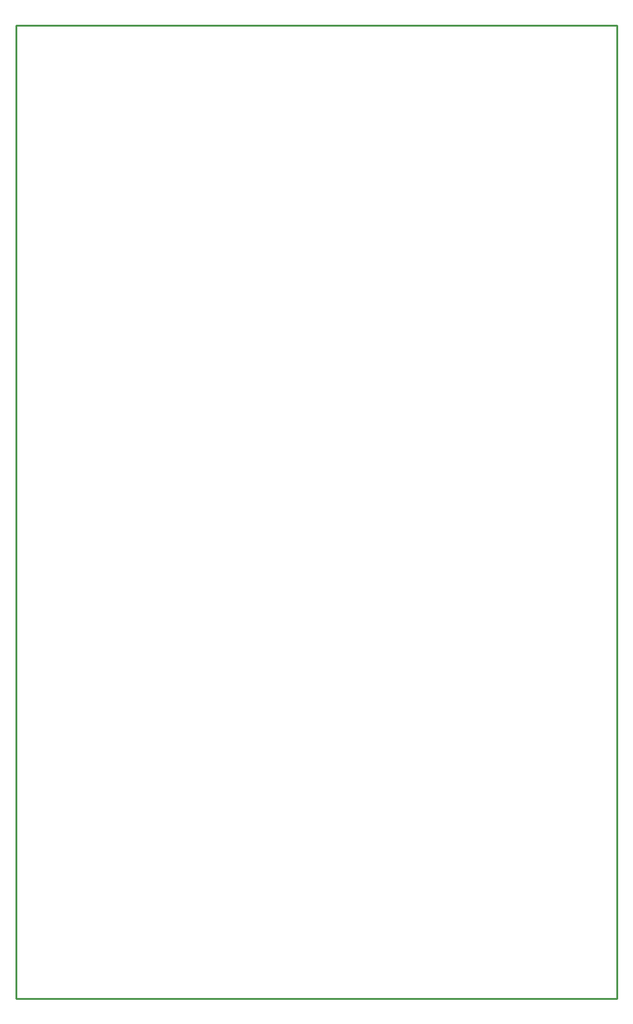
<source format=gm1>
G04 #@! TF.GenerationSoftware,KiCad,Pcbnew,7.0.7-7.0.7~ubuntu20.04.1*
G04 #@! TF.CreationDate,2023-09-11T23:38:31+02:00*
G04 #@! TF.ProjectId,noise-toy,6e6f6973-652d-4746-9f79-2e6b69636164,rev?*
G04 #@! TF.SameCoordinates,Original*
G04 #@! TF.FileFunction,Profile,NP*
%FSLAX46Y46*%
G04 Gerber Fmt 4.6, Leading zero omitted, Abs format (unit mm)*
G04 Created by KiCad (PCBNEW 7.0.7-7.0.7~ubuntu20.04.1) date 2023-09-11 23:38:31*
%MOMM*%
%LPD*%
G01*
G04 APERTURE LIST*
G04 #@! TA.AperFunction,Profile*
%ADD10C,0.250000*%
G04 #@! TD*
G04 APERTURE END LIST*
D10*
X176276000Y-32004000D02*
X176276000Y-165100000D01*
X93980000Y-32004000D02*
X93980000Y-165100000D01*
X93980000Y-165100000D02*
X176276000Y-165100000D01*
X93980000Y-32004000D02*
X176276000Y-32004000D01*
M02*

</source>
